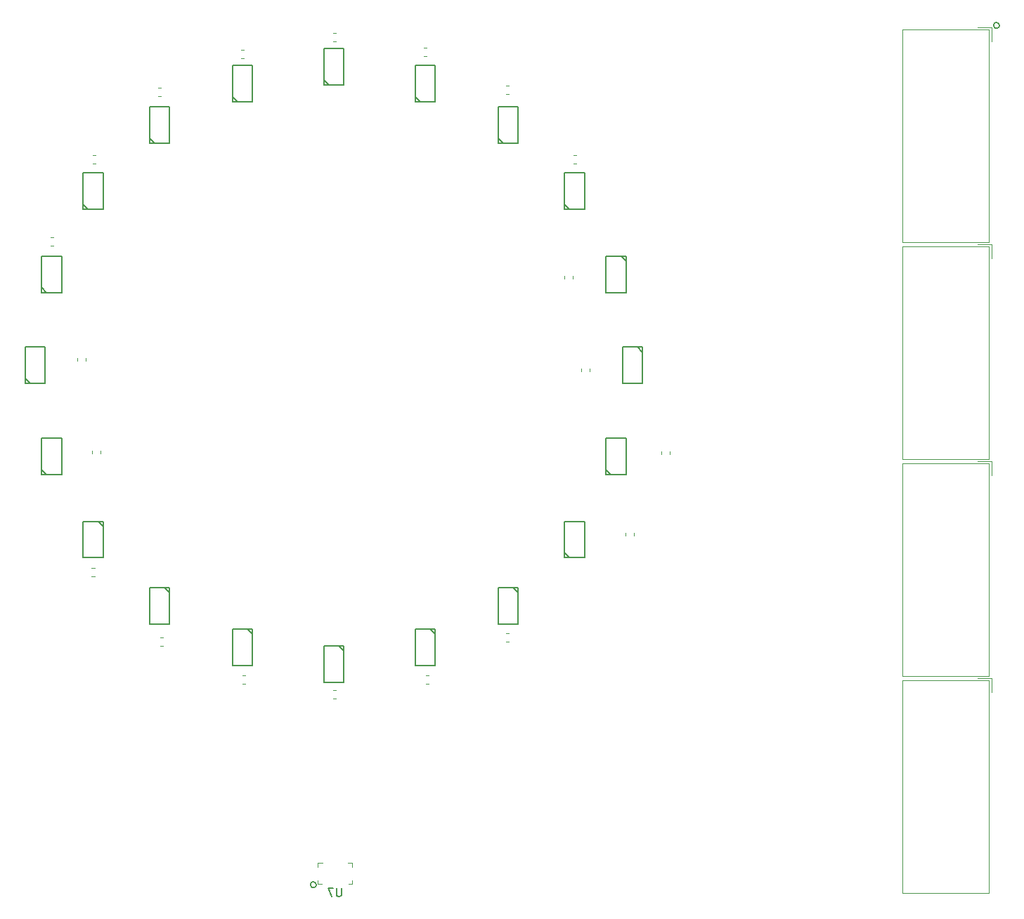
<source format=gbr>
G04 #@! TF.GenerationSoftware,KiCad,Pcbnew,(5.1.0)-1*
G04 #@! TF.CreationDate,2019-06-01T08:22:03-04:00*
G04 #@! TF.ProjectId,CommandCenter_KICAD,436f6d6d-616e-4644-9365-6e7465725f4b,rev?*
G04 #@! TF.SameCoordinates,Original*
G04 #@! TF.FileFunction,Legend,Bot*
G04 #@! TF.FilePolarity,Positive*
%FSLAX46Y46*%
G04 Gerber Fmt 4.6, Leading zero omitted, Abs format (unit mm)*
G04 Created by KiCad (PCBNEW (5.1.0)-1) date 2019-06-01 08:22:03*
%MOMM*%
%LPD*%
G04 APERTURE LIST*
%ADD10C,0.150000*%
%ADD11C,0.120000*%
%ADD12C,0.100000*%
G04 APERTURE END LIST*
D10*
X210671210Y-36449000D02*
G75*
G03X210671210Y-36449000I-359210J0D01*
G01*
X128375210Y-140081000D02*
G75*
G03X128375210Y-140081000I-359210J0D01*
G01*
D11*
X208026000Y-115140000D02*
X209726000Y-115140000D01*
X209726000Y-115140000D02*
X209726000Y-116840000D01*
X198996000Y-141110000D02*
X209436000Y-141110000D01*
X209436000Y-141110000D02*
X209436000Y-115430000D01*
X209436000Y-115430000D02*
X198996000Y-115430000D01*
X198996000Y-115430000D02*
X198996000Y-141110000D01*
X198996000Y-36944000D02*
X198996000Y-62624000D01*
X209436000Y-36944000D02*
X198996000Y-36944000D01*
X209436000Y-62624000D02*
X209436000Y-36944000D01*
X198996000Y-62624000D02*
X209436000Y-62624000D01*
X209726000Y-36654000D02*
X209726000Y-38354000D01*
X208026000Y-36654000D02*
X209726000Y-36654000D01*
X208026000Y-62816000D02*
X209726000Y-62816000D01*
X209726000Y-62816000D02*
X209726000Y-64516000D01*
X198996000Y-88786000D02*
X209436000Y-88786000D01*
X209436000Y-88786000D02*
X209436000Y-63106000D01*
X209436000Y-63106000D02*
X198996000Y-63106000D01*
X198996000Y-63106000D02*
X198996000Y-88786000D01*
X198996000Y-89268000D02*
X198996000Y-114948000D01*
X209436000Y-89268000D02*
X198996000Y-89268000D01*
X209436000Y-114948000D02*
X209436000Y-89268000D01*
X198996000Y-114948000D02*
X209436000Y-114948000D01*
X209726000Y-88978000D02*
X209726000Y-90678000D01*
X208026000Y-88978000D02*
X209726000Y-88978000D01*
D12*
X132675000Y-137409000D02*
X132200000Y-137409000D01*
X132700000Y-137409000D02*
X132700000Y-137909000D01*
X128550000Y-137409000D02*
X128550000Y-137934000D01*
X128550000Y-137409000D02*
X129100000Y-137409000D01*
X128550000Y-139959000D02*
X128550000Y-139534000D01*
X128550000Y-139959000D02*
X129050000Y-139959000D01*
X132700000Y-139959000D02*
X132250000Y-139959000D01*
X132700000Y-139959000D02*
X132700000Y-139534000D01*
D10*
X163884000Y-90648000D02*
X163284000Y-90048000D01*
X163284000Y-86248000D02*
X163284000Y-90248000D01*
X165684000Y-90648000D02*
X165684000Y-86248000D01*
X163284000Y-90248000D02*
X163284000Y-90648000D01*
X165684000Y-86248000D02*
X163284000Y-86248000D01*
X165684000Y-90648000D02*
X163284000Y-90648000D01*
X158884000Y-100648000D02*
X158284000Y-100048000D01*
X158284000Y-96248000D02*
X158284000Y-100248000D01*
X160684000Y-100648000D02*
X160684000Y-96248000D01*
X158284000Y-100248000D02*
X158284000Y-100648000D01*
X160684000Y-96248000D02*
X158284000Y-96248000D01*
X160684000Y-100648000D02*
X158284000Y-100648000D01*
X152084000Y-104248000D02*
X152684000Y-104848000D01*
X152684000Y-108648000D02*
X152684000Y-104648000D01*
X150284000Y-104248000D02*
X150284000Y-108648000D01*
X152684000Y-104648000D02*
X152684000Y-104248000D01*
X150284000Y-108648000D02*
X152684000Y-108648000D01*
X150284000Y-104248000D02*
X152684000Y-104248000D01*
X142084000Y-109248000D02*
X142684000Y-109848000D01*
X142684000Y-113648000D02*
X142684000Y-109648000D01*
X140284000Y-109248000D02*
X140284000Y-113648000D01*
X142684000Y-109648000D02*
X142684000Y-109248000D01*
X140284000Y-113648000D02*
X142684000Y-113648000D01*
X140284000Y-109248000D02*
X142684000Y-109248000D01*
X129284000Y-111248000D02*
X131684000Y-111248000D01*
X129284000Y-115648000D02*
X131684000Y-115648000D01*
X131684000Y-111648000D02*
X131684000Y-111248000D01*
X129284000Y-111248000D02*
X129284000Y-115648000D01*
X131684000Y-115648000D02*
X131684000Y-111648000D01*
X131084000Y-111248000D02*
X131684000Y-111848000D01*
X120084000Y-109248000D02*
X120684000Y-109848000D01*
X120684000Y-113648000D02*
X120684000Y-109648000D01*
X118284000Y-109248000D02*
X118284000Y-113648000D01*
X120684000Y-109648000D02*
X120684000Y-109248000D01*
X118284000Y-113648000D02*
X120684000Y-113648000D01*
X118284000Y-109248000D02*
X120684000Y-109248000D01*
X110084000Y-104248000D02*
X110684000Y-104848000D01*
X110684000Y-108648000D02*
X110684000Y-104648000D01*
X108284000Y-104248000D02*
X108284000Y-108648000D01*
X110684000Y-104648000D02*
X110684000Y-104248000D01*
X108284000Y-108648000D02*
X110684000Y-108648000D01*
X108284000Y-104248000D02*
X110684000Y-104248000D01*
X102084000Y-96248000D02*
X102684000Y-96848000D01*
X102684000Y-100648000D02*
X102684000Y-96648000D01*
X100284000Y-96248000D02*
X100284000Y-100648000D01*
X102684000Y-96648000D02*
X102684000Y-96248000D01*
X100284000Y-100648000D02*
X102684000Y-100648000D01*
X100284000Y-96248000D02*
X102684000Y-96248000D01*
X97684000Y-90648000D02*
X95284000Y-90648000D01*
X97684000Y-86248000D02*
X95284000Y-86248000D01*
X95284000Y-90248000D02*
X95284000Y-90648000D01*
X97684000Y-90648000D02*
X97684000Y-86248000D01*
X95284000Y-86248000D02*
X95284000Y-90248000D01*
X95884000Y-90648000D02*
X95284000Y-90048000D01*
X95684000Y-79648000D02*
X93284000Y-79648000D01*
X95684000Y-75248000D02*
X93284000Y-75248000D01*
X93284000Y-79248000D02*
X93284000Y-79648000D01*
X95684000Y-79648000D02*
X95684000Y-75248000D01*
X93284000Y-75248000D02*
X93284000Y-79248000D01*
X93884000Y-79648000D02*
X93284000Y-79048000D01*
X97684000Y-68648000D02*
X95284000Y-68648000D01*
X97684000Y-64248000D02*
X95284000Y-64248000D01*
X95284000Y-68248000D02*
X95284000Y-68648000D01*
X97684000Y-68648000D02*
X97684000Y-64248000D01*
X95284000Y-64248000D02*
X95284000Y-68248000D01*
X95884000Y-68648000D02*
X95284000Y-68048000D01*
X102684000Y-58648000D02*
X100284000Y-58648000D01*
X102684000Y-54248000D02*
X100284000Y-54248000D01*
X100284000Y-58248000D02*
X100284000Y-58648000D01*
X102684000Y-58648000D02*
X102684000Y-54248000D01*
X100284000Y-54248000D02*
X100284000Y-58248000D01*
X100884000Y-58648000D02*
X100284000Y-58048000D01*
X108884000Y-50648000D02*
X108284000Y-50048000D01*
X108284000Y-46248000D02*
X108284000Y-50248000D01*
X110684000Y-50648000D02*
X110684000Y-46248000D01*
X108284000Y-50248000D02*
X108284000Y-50648000D01*
X110684000Y-46248000D02*
X108284000Y-46248000D01*
X110684000Y-50648000D02*
X108284000Y-50648000D01*
X120684000Y-45648000D02*
X118284000Y-45648000D01*
X120684000Y-41248000D02*
X118284000Y-41248000D01*
X118284000Y-45248000D02*
X118284000Y-45648000D01*
X120684000Y-45648000D02*
X120684000Y-41248000D01*
X118284000Y-41248000D02*
X118284000Y-45248000D01*
X118884000Y-45648000D02*
X118284000Y-45048000D01*
X131684000Y-43648000D02*
X129284000Y-43648000D01*
X131684000Y-39248000D02*
X129284000Y-39248000D01*
X129284000Y-43248000D02*
X129284000Y-43648000D01*
X131684000Y-43648000D02*
X131684000Y-39248000D01*
X129284000Y-39248000D02*
X129284000Y-43248000D01*
X129884000Y-43648000D02*
X129284000Y-43048000D01*
X140884000Y-45648000D02*
X140284000Y-45048000D01*
X140284000Y-41248000D02*
X140284000Y-45248000D01*
X142684000Y-45648000D02*
X142684000Y-41248000D01*
X140284000Y-45248000D02*
X140284000Y-45648000D01*
X142684000Y-41248000D02*
X140284000Y-41248000D01*
X142684000Y-45648000D02*
X140284000Y-45648000D01*
X152684000Y-50648000D02*
X150284000Y-50648000D01*
X152684000Y-46248000D02*
X150284000Y-46248000D01*
X150284000Y-50248000D02*
X150284000Y-50648000D01*
X152684000Y-50648000D02*
X152684000Y-46248000D01*
X150284000Y-46248000D02*
X150284000Y-50248000D01*
X150884000Y-50648000D02*
X150284000Y-50048000D01*
X158884000Y-58648000D02*
X158284000Y-58048000D01*
X158284000Y-54248000D02*
X158284000Y-58248000D01*
X160684000Y-58648000D02*
X160684000Y-54248000D01*
X158284000Y-58248000D02*
X158284000Y-58648000D01*
X160684000Y-54248000D02*
X158284000Y-54248000D01*
X160684000Y-58648000D02*
X158284000Y-58648000D01*
X163284000Y-64248000D02*
X165684000Y-64248000D01*
X163284000Y-68648000D02*
X165684000Y-68648000D01*
X165684000Y-64648000D02*
X165684000Y-64248000D01*
X163284000Y-64248000D02*
X163284000Y-68648000D01*
X165684000Y-68648000D02*
X165684000Y-64648000D01*
X165084000Y-64248000D02*
X165684000Y-64848000D01*
X165284000Y-75248000D02*
X167684000Y-75248000D01*
X165284000Y-79648000D02*
X167684000Y-79648000D01*
X167684000Y-75648000D02*
X167684000Y-75248000D01*
X165284000Y-75248000D02*
X165284000Y-79648000D01*
X167684000Y-79648000D02*
X167684000Y-75648000D01*
X167084000Y-75248000D02*
X167684000Y-75848000D01*
D11*
X102364000Y-87712733D02*
X102364000Y-88055267D01*
X101344000Y-87712733D02*
X101344000Y-88055267D01*
X130384733Y-116584000D02*
X130727267Y-116584000D01*
X130384733Y-117604000D02*
X130727267Y-117604000D01*
X170944000Y-87825733D02*
X170944000Y-88168267D01*
X169924000Y-87825733D02*
X169924000Y-88168267D01*
X109645267Y-44960000D02*
X109302733Y-44960000D01*
X109645267Y-43940000D02*
X109302733Y-43940000D01*
X151555267Y-43686000D02*
X151212733Y-43686000D01*
X151555267Y-44706000D02*
X151212733Y-44706000D01*
X100586000Y-76536733D02*
X100586000Y-76879267D01*
X99566000Y-76536733D02*
X99566000Y-76879267D01*
X119462733Y-115826000D02*
X119805267Y-115826000D01*
X119462733Y-114806000D02*
X119805267Y-114806000D01*
X165606000Y-97618733D02*
X165606000Y-97961267D01*
X166626000Y-97618733D02*
X166626000Y-97961267D01*
X119664267Y-40388000D02*
X119321733Y-40388000D01*
X119664267Y-39368000D02*
X119321733Y-39368000D01*
X159683267Y-52068000D02*
X159340733Y-52068000D01*
X159683267Y-53088000D02*
X159340733Y-53088000D01*
X96691267Y-61974000D02*
X96348733Y-61974000D01*
X96691267Y-62994000D02*
X96348733Y-62994000D01*
X109556733Y-110234000D02*
X109899267Y-110234000D01*
X109556733Y-111254000D02*
X109899267Y-111254000D01*
X151212733Y-109726000D02*
X151555267Y-109726000D01*
X151212733Y-110746000D02*
X151555267Y-110746000D01*
X130727267Y-37336000D02*
X130384733Y-37336000D01*
X130727267Y-38356000D02*
X130384733Y-38356000D01*
X159260000Y-66973267D02*
X159260000Y-66630733D01*
X158240000Y-66973267D02*
X158240000Y-66630733D01*
X101771267Y-53088000D02*
X101428733Y-53088000D01*
X101771267Y-52068000D02*
X101428733Y-52068000D01*
X101315733Y-102872000D02*
X101658267Y-102872000D01*
X101315733Y-101852000D02*
X101658267Y-101852000D01*
X141560733Y-115826000D02*
X141903267Y-115826000D01*
X141560733Y-114806000D02*
X141903267Y-114806000D01*
X141649267Y-40134000D02*
X141306733Y-40134000D01*
X141649267Y-39114000D02*
X141306733Y-39114000D01*
X161292000Y-78149267D02*
X161292000Y-77806733D01*
X160272000Y-78149267D02*
X160272000Y-77806733D01*
D10*
X131386904Y-140496380D02*
X131386904Y-141305904D01*
X131339285Y-141401142D01*
X131291666Y-141448761D01*
X131196428Y-141496380D01*
X131005952Y-141496380D01*
X130910714Y-141448761D01*
X130863095Y-141401142D01*
X130815476Y-141305904D01*
X130815476Y-140496380D01*
X130434523Y-140496380D02*
X129767857Y-140496380D01*
X130196428Y-141496380D01*
M02*

</source>
